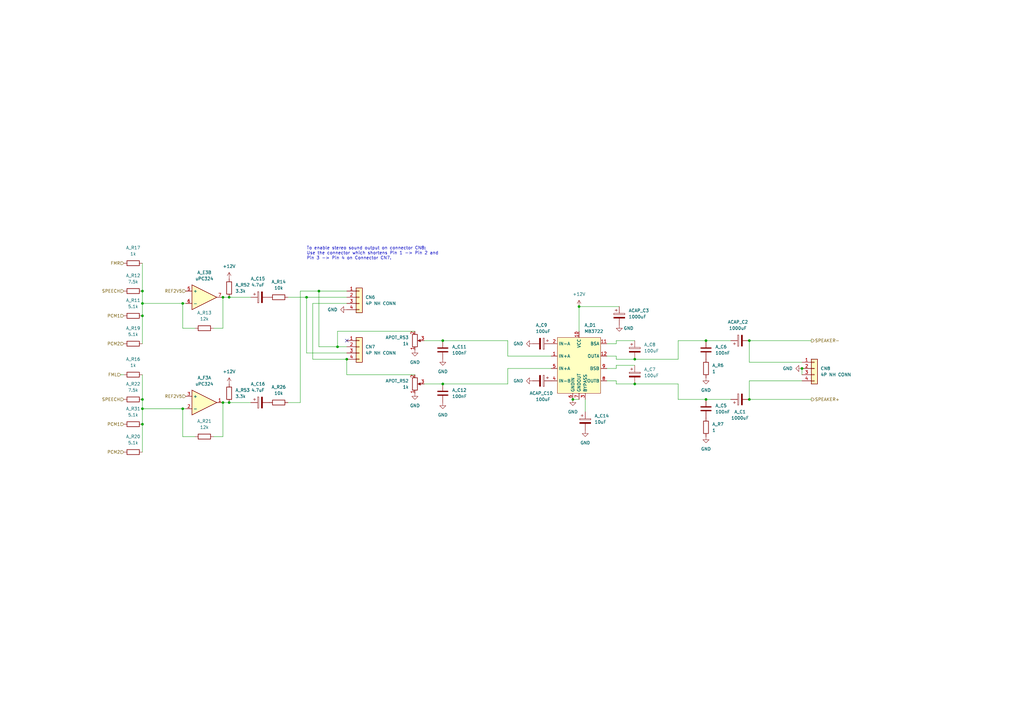
<source format=kicad_sch>
(kicad_sch (version 20230121) (generator eeschema)
  (paper "A3")
  (title_block (title "Twin 16 - Rev B") (date "2024-03-10") (company "Konami GX785/GX870/GX808/GX903") (comment 1 "Ulf Skutnabba, twitter: @skutis77"))
  (lib_symbols
    (symbol "Connector_Generic:Conn_01x04" (pin_names (offset 1.016) hide)
      (property "Reference" "J" (at 0 5.08 0))
      (property "Value" "Conn_01x04" (at 0 -7.62 0))
      (symbol "Conn_01x04_1_1"
        (rectangle (start -1.27 -4.953) (end 0 -5.207) (stroke (width 0.1524)))
        (rectangle (start -1.27 -2.413) (end 0 -2.667) (stroke (width 0.1524)))
        (rectangle (start -1.27 0.127) (end 0 -0.127) (stroke (width 0.1524)))
        (rectangle (start -1.27 2.667) (end 0 2.413) (stroke (width 0.1524)))
        (rectangle (start -1.27 3.81) (end 1.27 -6.35) (stroke (width 0.254)) (fill (type background)))
        (pin passive line (at -5.08 2.54 0) (length 3.81) (name "Pin_1") (number "1"))
        (pin passive line (at -5.08 0 0) (length 3.81) (name "Pin_2") (number "2"))
        (pin passive line (at -5.08 -2.54 0) (length 3.81) (name "Pin_3") (number "3"))
        (pin passive line (at -5.08 -5.08 0) (length 3.81) (name "Pin_4") (number "4"))
      )
    )
    (symbol "Device:C" (pin_numbers hide) (pin_names (offset 0.254))
      (property "Reference" "C" (at 0.635 2.54 0))
      (property "Value" "C" (at 0.635 -2.54 0))
      (symbol "C_0_1"
        (polyline (pts (xy -2.032 -0.762) (xy 2.032 -0.762)) (stroke (width 0.508)))
        (polyline (pts (xy -2.032 0.762) (xy 2.032 0.762)) (stroke (width 0.508)))
      )
      (symbol "C_1_1"
        (pin passive line (at 0 3.81 270) (length 2.794) (name "~") (number "1"))
        (pin passive line (at 0 -3.81 90) (length 2.794) (name "~") (number "2"))
      )
    )
    (symbol "Device:C_Polarized" (pin_numbers hide) (pin_names (offset 0.254))
      (property "Reference" "C" (at 0.635 2.54 0))
      (property "Value" "C_Polarized" (at 0.635 -2.54 0))
      (symbol "C_Polarized_0_1"
        (rectangle (start -2.286 0.508) (end 2.286 1.016))
        (polyline (pts (xy -1.778 2.286) (xy -0.762 2.286)))
        (polyline (pts (xy -1.27 2.794) (xy -1.27 1.778)))
        (rectangle (start 2.286 -0.508) (end -2.286 -1.016) (fill (type outline)))
      )
      (symbol "C_Polarized_1_1"
        (pin passive line (at 0 3.81 270) (length 2.794) (name "~") (number "1"))
        (pin passive line (at 0 -3.81 90) (length 2.794) (name "~") (number "2"))
      )
    )
    (symbol "Device:Opamp_Quad"
      (property "Reference" "U" (at 0 5.08 0))
      (property "Value" "Opamp_Quad" (at 0 -5.08 0))
      (symbol "Opamp_Quad_1_1"
        (polyline (pts (xy -5.08 5.08) (xy 5.08 0) (xy -5.08 -5.08) (xy -5.08 5.08)) (stroke (width 0.254)) (fill (type background)))
        (pin output line (at 7.62 0 180) (length 2.54) (name "~") (number "1"))
        (pin input line (at -7.62 -2.54 0) (length 2.54) (name "-") (number "2"))
        (pin input line (at -7.62 2.54 0) (length 2.54) (name "+") (number "3"))
      )
      (symbol "Opamp_Quad_2_1"
        (polyline (pts (xy -5.08 5.08) (xy 5.08 0) (xy -5.08 -5.08) (xy -5.08 5.08)) (stroke (width 0.254)) (fill (type background)))
        (pin input line (at -7.62 2.54 0) (length 2.54) (name "+") (number "5"))
        (pin input line (at -7.62 -2.54 0) (length 2.54) (name "-") (number "6"))
        (pin output line (at 7.62 0 180) (length 2.54) (name "~") (number "7"))
      )
      (symbol "Opamp_Quad_3_1"
        (polyline (pts (xy -5.08 5.08) (xy 5.08 0) (xy -5.08 -5.08) (xy -5.08 5.08)) (stroke (width 0.254)) (fill (type background)))
        (pin input line (at -7.62 2.54 0) (length 2.54) (name "+") (number "10"))
        (pin output line (at 7.62 0 180) (length 2.54) (name "~") (number "8"))
        (pin input line (at -7.62 -2.54 0) (length 2.54) (name "-") (number "9"))
      )
      (symbol "Opamp_Quad_4_1"
        (polyline (pts (xy -5.08 5.08) (xy 5.08 0) (xy -5.08 -5.08) (xy -5.08 5.08)) (stroke (width 0.254)) (fill (type background)))
        (pin input line (at -7.62 2.54 0) (length 2.54) (name "+") (number "12"))
        (pin input line (at -7.62 -2.54 0) (length 2.54) (name "-") (number "13"))
        (pin output line (at 7.62 0 180) (length 2.54) (name "~") (number "14"))
      )
      (symbol "Opamp_Quad_5_1"
        (pin power_in line (at -2.54 -7.62 90) (length 3.81) (name "V-") (number "11"))
        (pin power_in line (at -2.54 7.62 270) (length 3.81) (name "V+") (number "4"))
      )
    )
    (symbol "Device:R" (pin_numbers hide) (pin_names (offset 0))
      (property "Reference" "R" (at 2.032 0 90))
      (property "Value" "R" (at 0 0 90))
      (symbol "R_0_1"
        (rectangle (start -1.016 -2.54) (end 1.016 2.54) (stroke (width 0.254)))
      )
      (symbol "R_1_1"
        (pin passive line (at 0 3.81 270) (length 1.27) (name "~") (number "1"))
        (pin passive line (at 0 -3.81 90) (length 1.27) (name "~") (number "2"))
      )
    )
    (symbol "arcade:R_POT"
      (property "Reference" "U" (at 3.81 6.35 0))
      (property "Value" "R_POT" (at 10.16 3.81 0))
      (symbol "R_POT_0_1"
        (rectangle (start -1.016 2.54) (end 1.016 -2.54) (stroke (width 0.254)))
        (polyline (pts (xy 2.54 0) (xy 1.524 0)))
        (polyline (pts (xy 1.143 0) (xy 2.286 0.508) (xy 2.286 -0.508) (xy 1.143 0)) (fill (type outline)))
      )
      (symbol "R_POT_1_1"
        (pin passive line (at 0 3.81 270) (length 1.27) (name "") (number "1"))
        (pin passive line (at 0 -3.81 90) (length 1.27) (name "") (number "2"))
        (pin passive line (at 3.81 0 180) (length 1.27) (name "") (number "3"))
      )
    )
    (symbol "fujitsu:MB3722"
      (property "Reference" "U" (at -6.35 12.7 0))
      (property "Value" "MB3722" (at 7.62 12.7 0))
      (symbol "MB3722_0_1"
        (rectangle (start -8.89 11.43) (end 8.89 -11.43) (fill (type background)))
      )
      (symbol "MB3722_1_1"
        (pin input line (at -11.43 3.81 0) (length 2.54) (name "IN+A") (number "1"))
        (pin power_in line (at 0 13.97 270) (length 2.54) (name "VCC") (number "10"))
        (pin power_out line (at 11.43 8.89 180) (length 2.54) (name "BSA") (number "11"))
        (pin output line (at 11.43 3.81 180) (length 2.54) (name "OUTA") (number "12"))
        (pin input line (at -11.43 8.89 0) (length 2.54) (name "IN-A") (number "2"))
        (pin power_out line (at 2.54 -13.97 90) (length 2.54) (name "BYPASS") (number "3"))
        (pin input line (at -11.43 -6.35 0) (length 2.54) (name "IN-B") (number "4"))
        (pin input line (at -11.43 -1.27 0) (length 2.54) (name "IN+A") (number "5"))
        (pin power_in line (at -2.54 -13.97 90) (length 2.54) (name "GNDIN") (number "6"))
        (pin power_in line (at 0 -13.97 90) (length 2.54) (name "GNDOUT") (number "7"))
        (pin output line (at 11.43 -6.35 180) (length 2.54) (name "OUTB") (number "8"))
        (pin power_out line (at 11.43 -1.27 180) (length 2.54) (name "BSB") (number "9"))
      )
    )
    (symbol "power:+12V" (power) (pin_names (offset 0))
      (property "Value" "+12V" (at 0 3.556 0))
      (symbol "+12V_0_1"
        (polyline (pts (xy -0.762 1.27) (xy 0 2.54)))
        (polyline (pts (xy 0 0) (xy 0 2.54)))
        (polyline (pts (xy 0 2.54) (xy 0.762 1.27)))
      )
      (symbol "+12V_1_1"
        (pin power_in line (at 0 0 90) (length 0) hide (name "+12V") (number "1"))
      )
    )
    (symbol "power:GND" (power) (pin_names (offset 0))
      (property "Value" "GND" (at 0 -3.81 0))
      (symbol "GND_0_1"
        (polyline (pts (xy 0 0) (xy 0 -1.27) (xy 1.27 -1.27) (xy 0 -2.54) (xy -1.27 -1.27) (xy 0 -1.27)))
      )
      (symbol "GND_1_1"
        (pin power_in line (at 0 0 270) (length 0) hide (name "GND") (number "1"))
      )
    )
  )
  (junction (at 125.73 121.92))
  (junction (at 58.42 173.99))
  (junction (at 260.35 157.48))
  (junction (at 181.61 157.48))
  (junction (at 234.95 163.83))
  (junction (at 58.42 167.64))
  (junction (at 307.34 139.7))
  (junction (at 289.56 163.83))
  (junction (at 91.44 165.1))
  (junction (at 58.42 163.83))
  (junction (at 289.56 139.7))
  (junction (at 237.49 125.73))
  (junction (at 328.93 151.13))
  (junction (at 181.61 139.7))
  (junction (at 74.93 124.46))
  (junction (at 74.93 167.64))
  (junction (at 138.43 142.24))
  (junction (at 93.98 165.1))
  (junction (at 93.98 121.92))
  (junction (at 91.44 121.92))
  (junction (at 130.81 119.38))
  (junction (at 58.42 129.54))
  (junction (at 142.24 147.32))
  (junction (at 58.42 119.38))
  (junction (at 307.34 163.83))
  (junction (at 58.42 124.46))
  (junction (at 260.35 147.32))
  (no_connect (at 142.24 139.7))
  (wire (pts (xy 142.24 153.67) (xy 142.24 147.32)))
  (wire (pts (xy 173.99 139.7) (xy 181.61 139.7)))
  (wire (pts (xy 74.93 167.64) (xy 76.2 167.64)))
  (wire (pts (xy 87.63 134.62) (xy 91.44 134.62)))
  (wire (pts (xy 58.42 107.95) (xy 58.42 119.38)))
  (wire (pts (xy 58.42 167.64) (xy 58.42 173.99)))
  (wire (pts (xy 307.34 156.21) (xy 328.93 156.21)))
  (wire (pts (xy 173.99 157.48) (xy 181.61 157.48)))
  (wire (pts (xy 307.34 148.59) (xy 328.93 148.59)))
  (wire (pts (xy 254 125.73) (xy 237.49 125.73)))
  (wire (pts (xy 234.95 163.83) (xy 237.49 163.83)))
  (wire (pts (xy 252.73 151.13) (xy 252.73 149.86)))
  (wire (pts (xy 252.73 139.7) (xy 260.35 139.7)))
  (wire (pts (xy 130.81 119.38) (xy 130.81 142.24)))
  (wire (pts (xy 278.13 139.7) (xy 289.56 139.7)))
  (wire (pts (xy 252.73 149.86) (xy 260.35 149.86)))
  (wire (pts (xy 91.44 134.62) (xy 91.44 121.92)))
  (wire (pts (xy 142.24 119.38) (xy 130.81 119.38)))
  (wire (pts (xy 125.73 121.92) (xy 118.11 121.92)))
  (wire (pts (xy 93.98 165.1) (xy 102.87 165.1)))
  (wire (pts (xy 138.43 135.89) (xy 138.43 142.24)))
  (wire (pts (xy 208.28 146.05) (xy 208.28 139.7)))
  (wire (pts (xy 80.01 179.07) (xy 74.93 179.07)))
  (wire (pts (xy 74.93 134.62) (xy 74.93 124.46)))
  (wire (pts (xy 307.34 139.7) (xy 332.74 139.7)))
  (wire (pts (xy 91.44 179.07) (xy 91.44 165.1)))
  (wire (pts (xy 91.44 165.1) (xy 93.98 165.1)))
  (wire (pts (xy 118.11 165.1) (xy 123.19 165.1)))
  (wire (pts (xy 58.42 167.64) (xy 74.93 167.64)))
  (wire (pts (xy 248.92 151.13) (xy 252.73 151.13)))
  (wire (pts (xy 58.42 124.46) (xy 58.42 129.54)))
  (wire (pts (xy 142.24 144.78) (xy 125.73 144.78)))
  (wire (pts (xy 128.27 147.32) (xy 142.24 147.32)))
  (wire (pts (xy 58.42 129.54) (xy 58.42 140.97)))
  (wire (pts (xy 142.24 121.92) (xy 125.73 121.92)))
  (wire (pts (xy 123.19 165.1) (xy 123.19 119.38)))
  (wire (pts (xy 58.42 153.67) (xy 58.42 163.83)))
  (wire (pts (xy 170.18 153.67) (xy 142.24 153.67)))
  (wire (pts (xy 289.56 139.7) (xy 299.72 139.7)))
  (wire (pts (xy 278.13 163.83) (xy 289.56 163.83)))
  (wire (pts (xy 252.73 147.32) (xy 260.35 147.32)))
  (wire (pts (xy 123.19 119.38) (xy 130.81 119.38)))
  (wire (pts (xy 58.42 119.38) (xy 58.42 124.46)))
  (wire (pts (xy 208.28 151.13) (xy 226.06 151.13)))
  (wire (pts (xy 278.13 157.48) (xy 278.13 163.83)))
  (wire (pts (xy 125.73 144.78) (xy 125.73 121.92)))
  (wire (pts (xy 226.06 146.05) (xy 208.28 146.05)))
  (wire (pts (xy 278.13 147.32) (xy 278.13 139.7)))
  (wire (pts (xy 58.42 173.99) (xy 58.42 185.42)))
  (wire (pts (xy 252.73 156.21) (xy 252.73 157.48)))
  (wire (pts (xy 170.18 135.89) (xy 138.43 135.89)))
  (wire (pts (xy 307.34 163.83) (xy 332.74 163.83)))
  (wire (pts (xy 289.56 163.83) (xy 299.72 163.83)))
  (wire (pts (xy 58.42 124.46) (xy 74.93 124.46)))
  (wire (pts (xy 181.61 157.48) (xy 208.28 157.48)))
  (wire (pts (xy 252.73 140.97) (xy 248.92 140.97)))
  (wire (pts (xy 252.73 146.05) (xy 248.92 146.05)))
  (wire (pts (xy 240.03 168.91) (xy 240.03 163.83)))
  (wire (pts (xy 248.92 156.21) (xy 252.73 156.21)))
  (wire (pts (xy 138.43 142.24) (xy 142.24 142.24)))
  (wire (pts (xy 208.28 157.48) (xy 208.28 151.13)))
  (wire (pts (xy 142.24 124.46) (xy 128.27 124.46)))
  (wire (pts (xy 252.73 146.05) (xy 252.73 147.32)))
  (wire (pts (xy 49.53 153.67) (xy 50.8 153.67)))
  (wire (pts (xy 252.73 157.48) (xy 260.35 157.48)))
  (wire (pts (xy 58.42 163.83) (xy 58.42 167.64)))
  (wire (pts (xy 307.34 139.7) (xy 307.34 148.59)))
  (wire (pts (xy 91.44 121.92) (xy 93.98 121.92)))
  (wire (pts (xy 252.73 140.97) (xy 252.73 139.7)))
  (wire (pts (xy 307.34 163.83) (xy 307.34 156.21)))
  (wire (pts (xy 93.98 121.92) (xy 102.87 121.92)))
  (wire (pts (xy 80.01 134.62) (xy 74.93 134.62)))
  (wire (pts (xy 128.27 124.46) (xy 128.27 147.32)))
  (wire (pts (xy 260.35 157.48) (xy 278.13 157.48)))
  (wire (pts (xy 130.81 142.24) (xy 138.43 142.24)))
  (wire (pts (xy 208.28 139.7) (xy 181.61 139.7)))
  (wire (pts (xy 237.49 125.73) (xy 237.49 135.89)))
  (wire (pts (xy 87.63 179.07) (xy 91.44 179.07)))
  (wire (pts (xy 74.93 179.07) (xy 74.93 167.64)))
  (wire (pts (xy 328.93 151.13) (xy 328.93 153.67)))
  (wire (pts (xy 260.35 147.32) (xy 278.13 147.32)))
  (wire (pts (xy 74.93 124.46) (xy 76.2 124.46)))
  (text "To enable stereo sound output on connector CN8:\nUse the connector which shortens Pin 1 -> Pin 2 and\nPin 3 -> Pin 4 on Connector CN7." (at 125.73 106.68 0) (effects (font (size 1.27 1.27)) (justify left bottom)))
  (hierarchical_label "PCM2" (shape input) (at 50.8 140.97 180))
  (hierarchical_label "REF2V5" (shape input) (at 76.2 119.38 180))
  (hierarchical_label "SPEECH" (shape input) (at 50.8 163.83 180))
  (hierarchical_label "FMR" (shape input) (at 50.8 107.95 180))
  (hierarchical_label "PCM1" (shape input) (at 50.8 129.54 180))
  (hierarchical_label "FML" (shape input) (at 49.53 153.67 180))
  (hierarchical_label "SPEAKER-" (shape output) (at 332.74 139.7 0))
  (hierarchical_label "SPEECH" (shape input) (at 50.8 119.38 180))
  (hierarchical_label "PCM1" (shape input) (at 50.8 173.99 180))
  (hierarchical_label "PCM2" (shape input) (at 50.8 185.42 180))
  (hierarchical_label "SPEAKER+" (shape output) (at 332.74 163.83 0))
  (hierarchical_label "REF2V5" (shape input) (at 76.2 162.56 180))
  (symbol (lib_id "power:GND") (at 289.56 154.94 0) (unit 1)
    (property "Reference" "#PWR0536" (effects hide))
    (property "Value" "GND" (at 289.56 160.02 0))
  )
  (symbol (lib_id "Device:C_Polarized") (at 222.25 140.97 270) (unit 1)
    (property "Reference" "A_C9" (at 219.71 133.35 90) (effects (justify left)))
    (property "Value" "100uF" (at 219.71 135.89 90) (effects (justify left)))
  )
  (symbol (lib_id "Device:C_Polarized") (at 106.68 165.1 90) (mirror x) (unit 1)
    (property "Reference" "A_C16" (at 105.791 157.48 90))
    (property "Value" "4.7uF" (at 105.791 160.02 90))
  )
  (symbol (lib_id "power:GND") (at 181.61 165.1 0) (unit 1)
    (property "Reference" "#PWR0527" (effects hide))
    (property "Value" "GND" (at 181.61 170.18 0))
  )
  (symbol (lib_id "Device:R") (at 54.61 153.67 90) (unit 1)
    (property "Reference" "A_R16" (at 54.61 147.32 90))
    (property "Value" "1k" (at 54.61 149.86 90))
  )
  (symbol (lib_id "Device:C_Polarized") (at 254 129.54 0) (unit 1)
    (property "Reference" "ACAP_C3" (at 257.81 127.3809 0) (effects (justify left)))
    (property "Value" "1000uF" (at 257.81 129.9209 0) (effects (justify left)))
  )
  (symbol (lib_id "Connector_Generic:Conn_01x04") (at 334.01 151.13 0) (unit 1)
    (property "Reference" "CN8" (at 336.55 151.1299 0) (effects (justify left)))
    (property "Value" "4P NH CONN" (at 336.55 153.6699 0) (effects (justify left)))
  )
  (symbol (lib_id "Device:C") (at 289.56 167.64 0) (unit 1)
    (property "Reference" "A_C5" (at 293.37 166.3699 0) (effects (justify left)))
    (property "Value" "100nF" (at 293.37 168.9099 0) (effects (justify left)))
  )
  (symbol (lib_id "Device:R") (at 54.61 119.38 90) (unit 1)
    (property "Reference" "A_R12" (at 54.61 113.03 90))
    (property "Value" "7.5k" (at 54.61 115.57 90))
  )
  (symbol (lib_id "Device:C_Polarized") (at 303.53 163.83 90) (unit 1)
    (property "Reference" "A_C1" (at 303.53 168.91 90))
    (property "Value" "1000uF" (at 303.53 171.45 90))
  )
  (symbol (lib_id "power:+12V") (at 93.98 114.3 0) (unit 1)
    (property "Reference" "#PWR0525" (effects hide))
    (property "Value" "+12V" (at 93.98 109.22 0))
  )
  (symbol (lib_id "Device:Opamp_Quad") (at 83.82 121.92 0) (unit 2)
    (property "Reference" "A_E3" (at 83.82 111.76 0))
    (property "Value" "uPC324" (at 83.82 114.3 0))
    (property "Sim.Library" "${KICAD7_SYMBOL_DIR}/Simulation_SPICE.sp" (effects hide))
    (property "Sim.Name" "kicad_builtin_opamp_quad" (effects hide))
    (property "Sim.Device" "SUBCKT" (effects hide))
    (property "Sim.Pins" "1=out1 2=in1- 3=in1+ 4=vcc 5=in2+ 6=in2- 7=out2 8=out3 9=in3- 10=in3+ 11=vee 12=in4+ 13=in4- 14=out4" (effects hide))
  )
  (symbol (lib_id "Device:C_Polarized") (at 240.03 172.72 0) (unit 1)
    (property "Reference" "A_C14" (at 243.84 170.5609 0) (effects (justify left)))
    (property "Value" "10uF" (at 243.84 173.1009 0) (effects (justify left)))
  )
  (symbol (lib_id "Device:R") (at 54.61 163.83 90) (unit 1)
    (property "Reference" "A_R22" (at 54.61 157.48 90))
    (property "Value" "7.5k" (at 54.61 160.02 90))
  )
  (symbol (lib_id "Device:R") (at 93.98 118.11 0) (unit 1)
    (property "Reference" "A_R52" (at 96.52 116.8399 0) (effects (justify left)))
    (property "Value" "3.3k" (at 96.52 119.3799 0) (effects (justify left)))
  )
  (symbol (lib_id "Device:C_Polarized") (at 106.68 121.92 90) (mirror x) (unit 1)
    (property "Reference" "A_C15" (at 105.791 114.3 90))
    (property "Value" "4.7uF" (at 105.791 116.84 90))
  )
  (symbol (lib_id "Device:R") (at 114.3 121.92 90) (unit 1)
    (property "Reference" "A_R14" (at 114.3 115.57 90))
    (property "Value" "10k" (at 114.3 118.11 90))
  )
  (symbol (lib_id "Device:C") (at 181.61 161.29 0) (unit 1)
    (property "Reference" "A_C12" (at 185.42 160.0199 0) (effects (justify left)))
    (property "Value" "100nF" (at 185.42 162.5599 0) (effects (justify left)))
  )
  (symbol (lib_id "power:GND") (at 218.44 156.21 270) (unit 1)
    (property "Reference" "#PWR0532" (effects hide))
    (property "Value" "GND" (at 214.63 156.2099 90) (effects (justify right)))
  )
  (symbol (lib_id "Device:C_Polarized") (at 222.25 156.21 270) (unit 1)
    (property "Reference" "ACAP_C10" (at 217.17 161.29 90) (effects (justify left)))
    (property "Value" "100uF" (at 219.71 163.83 90) (effects (justify left)))
  )
  (symbol (lib_id "Device:C") (at 181.61 143.51 0) (unit 1)
    (property "Reference" "A_C11" (at 185.42 142.2399 0) (effects (justify left)))
    (property "Value" "100nF" (at 185.42 144.7799 0) (effects (justify left)))
  )
  (symbol (lib_id "Device:R") (at 54.61 140.97 90) (unit 1)
    (property "Reference" "A_R19" (at 54.61 134.62 90))
    (property "Value" "5.1k" (at 54.61 137.16 90))
  )
  (symbol (lib_id "Device:C") (at 289.56 143.51 0) (unit 1)
    (property "Reference" "A_C6" (at 293.37 142.2399 0) (effects (justify left)))
    (property "Value" "100nF" (at 293.37 144.7799 0) (effects (justify left)))
  )
  (symbol (lib_id "Connector_Generic:Conn_01x04") (at 147.32 142.24 0) (unit 1)
    (property "Reference" "CN7" (at 149.86 142.2399 0) (effects (justify left)))
    (property "Value" "4P NH CONN" (at 149.86 144.7799 0) (effects (justify left)))
  )
  (symbol (lib_id "power:GND") (at 142.24 127 270) (unit 1)
    (property "Reference" "#PWR0521" (effects hide))
    (property "Value" "GND" (at 138.43 126.9999 90) (effects (justify right)))
  )
  (symbol (lib_id "arcade:R_POT") (at 170.18 157.48 0) (mirror x) (unit 1)
    (property "Reference" "APOT_R52" (at 167.64 156.21 0) (effects (justify right)))
    (property "Value" "1k" (at 167.64 158.75 0) (effects (justify right)))
  )
  (symbol (lib_id "Device:R") (at 83.82 134.62 90) (unit 1)
    (property "Reference" "A_R13" (at 83.82 128.27 90))
    (property "Value" "12k" (at 83.82 130.81 90))
  )
  (symbol (lib_id "fujitsu:MB3722") (at 237.49 149.86 0) (unit 1)
    (property "Reference" "A_D1" (at 239.6841 133.35 0) (effects (justify left)))
    (property "Value" "MB3722" (at 239.6841 135.89 0) (effects (justify left)))
    (property "Datasheet" "https://datasheetspdf.com/pdf-file/791667/Fujitsu/MB3722/1" (effects hide))
  )
  (symbol (lib_id "Device:R") (at 83.82 179.07 90) (unit 1)
    (property "Reference" "A_R21" (at 83.82 172.72 90))
    (property "Value" "12k" (at 83.82 175.26 90))
  )
  (symbol (lib_id "Device:C_Polarized") (at 260.35 153.67 0) (unit 1)
    (property "Reference" "A_C7" (at 264.16 151.5109 0) (effects (justify left)))
    (property "Value" "100uF" (at 264.16 154.0509 0) (effects (justify left)))
  )
  (symbol (lib_id "Device:R") (at 289.56 151.13 0) (unit 1)
    (property "Reference" "A_R6" (at 292.1 149.8599 0) (effects (justify left)))
    (property "Value" "1" (at 292.1 152.3999 0) (effects (justify left)))
  )
  (symbol (lib_id "power:+12V") (at 237.49 125.73 0) (unit 1)
    (property "Reference" "#PWR0528" (effects hide))
    (property "Value" "+12V" (at 237.49 120.65 0))
  )
  (symbol (lib_id "Device:C_Polarized") (at 260.35 143.51 0) (unit 1)
    (property "Reference" "A_C8" (at 264.16 141.3509 0) (effects (justify left)))
    (property "Value" "100uF" (at 264.16 143.8909 0) (effects (justify left)))
  )
  (symbol (lib_id "power:GND") (at 240.03 176.53 0) (unit 1)
    (property "Reference" "#PWR0530" (effects hide))
    (property "Value" "GND" (at 240.03 181.61 0))
  )
  (symbol (lib_id "power:GND") (at 289.56 179.07 0) (unit 1)
    (property "Reference" "#PWR0535" (effects hide))
    (property "Value" "GND" (at 289.56 184.15 0))
  )
  (symbol (lib_id "Device:C_Polarized") (at 303.53 139.7 90) (unit 1)
    (property "Reference" "ACAP_C2" (at 302.641 132.08 90))
    (property "Value" "1000uF" (at 302.641 134.62 90))
  )
  (symbol (lib_id "arcade:R_POT") (at 170.18 139.7 0) (mirror x) (unit 1)
    (property "Reference" "APOT_R53" (at 167.64 138.43 0) (effects (justify right)))
    (property "Value" "1k" (at 167.64 140.97 0) (effects (justify right)))
  )
  (symbol (lib_id "Device:R") (at 54.61 107.95 90) (unit 1)
    (property "Reference" "A_R17" (at 54.61 101.6 90))
    (property "Value" "1k" (at 54.61 104.14 90))
  )
  (symbol (lib_id "power:GND") (at 328.93 151.13 270) (unit 1)
    (property "Reference" "#PWR0534" (effects hide))
    (property "Value" "GND" (at 325.12 151.1299 90) (effects (justify right)))
  )
  (symbol (lib_id "power:GND") (at 234.95 163.83 0) (unit 1)
    (property "Reference" "#PWR0531" (effects hide))
    (property "Value" "GND" (at 234.95 168.91 0))
  )
  (symbol (lib_id "power:GND") (at 170.18 143.51 0) (unit 1)
    (property "Reference" "#PWR0523" (effects hide))
    (property "Value" "GND" (at 170.18 148.59 0))
  )
  (symbol (lib_id "Device:Opamp_Quad") (at 83.82 165.1 0) (unit 1)
    (property "Reference" "A_F3" (at 83.82 154.94 0))
    (property "Value" "uPC324" (at 83.82 157.48 0))
    (property "Sim.Library" "${KICAD7_SYMBOL_DIR}/Simulation_SPICE.sp" (effects hide))
    (property "Sim.Name" "kicad_builtin_opamp_quad" (effects hide))
    (property "Sim.Device" "SUBCKT" (effects hide))
    (property "Sim.Pins" "1=out1 2=in1- 3=in1+ 4=vcc 5=in2+ 6=in2- 7=out2 8=out3 9=in3- 10=in3+ 11=vee 12=in4+ 13=in4- 14=out4" (effects hide))
  )
  (symbol (lib_id "Device:R") (at 93.98 161.29 0) (unit 1)
    (property "Reference" "A_R53" (at 96.52 160.0199 0) (effects (justify left)))
    (property "Value" "3.3k" (at 96.52 162.5599 0) (effects (justify left)))
  )
  (symbol (lib_id "power:GND") (at 181.61 147.32 0) (unit 1)
    (property "Reference" "#PWR0533" (effects hide))
    (property "Value" "GND" (at 181.61 152.4 0))
  )
  (symbol (lib_id "Device:R") (at 54.61 185.42 90) (unit 1)
    (property "Reference" "A_R20" (at 54.61 179.07 90))
    (property "Value" "5.1k" (at 54.61 181.61 90))
  )
  (symbol (lib_id "Device:R") (at 289.56 175.26 0) (unit 1)
    (property "Reference" "A_R7" (at 292.1 173.9899 0) (effects (justify left)))
    (property "Value" "1" (at 292.1 176.5299 0) (effects (justify left)))
  )
  (symbol (lib_id "Device:R") (at 114.3 165.1 90) (unit 1)
    (property "Reference" "A_R26" (at 114.3 158.75 90))
    (property "Value" "10k" (at 114.3 161.29 90))
  )
  (symbol (lib_id "Device:R") (at 54.61 173.99 90) (unit 1)
    (property "Reference" "A_R31" (at 54.61 167.64 90))
    (property "Value" "5.1k" (at 54.61 170.18 90))
  )
  (symbol (lib_id "power:GND") (at 254 133.35 0) (unit 1)
    (property "Reference" "#PWR0529" (effects hide))
    (property "Value" "GND" (at 257.81 134.62 0))
  )
  (symbol (lib_id "Device:R") (at 54.61 129.54 90) (unit 1)
    (property "Reference" "A_R11" (at 54.61 123.19 90))
    (property "Value" "5.1k" (at 54.61 125.73 90))
  )
  (symbol (lib_id "power:+12V") (at 93.98 157.48 0) (unit 1)
    (property "Reference" "#PWR0522" (effects hide))
    (property "Value" "+12V" (at 93.98 152.4 0))
  )
  (symbol (lib_id "Connector_Generic:Conn_01x04") (at 147.32 121.92 0) (unit 1)
    (property "Reference" "CN6" (at 149.86 121.9199 0) (effects (justify left)))
    (property "Value" "4P NH CONN" (at 149.86 124.4599 0) (effects (justify left)))
  )
  (symbol (lib_id "power:GND") (at 218.44 140.97 270) (unit 1)
    (property "Reference" "#PWR0526" (effects hide))
    (property "Value" "GND" (at 214.63 140.9699 90) (effects (justify right)))
  )
  (symbol (lib_id "power:GND") (at 170.18 161.29 0) (unit 1)
    (property "Reference" "#PWR0524" (effects hide))
    (property "Value" "GND" (at 170.18 166.37 0))
  )
)
</source>
